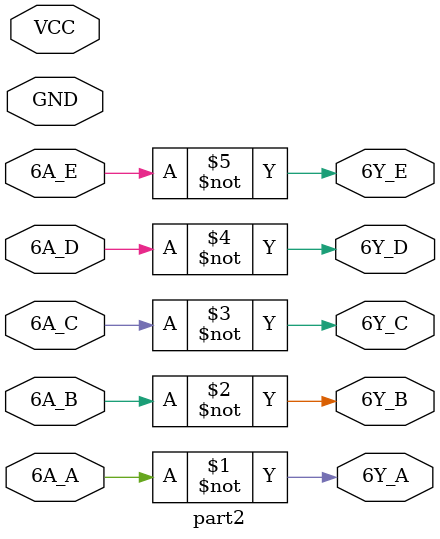
<source format=v>
module part2 (
\6A_A ,
\6Y_A ,
VCC ,
GND ,
\6A_B ,
\6Y_B ,
\6A_C ,
\6Y_C ,
\6A_D ,
\6Y_D ,
\6A_E ,
// note: there is not a space character before the nl below
// no space character after nl also
\6Y_E
) ;

input \6A_A ;
output \6Y_A ;
input VCC ;
input GND ;
input \6A_B ;
output \6Y_B ;
input \6A_C ;
output \6Y_C ;
input \6A_D ;
output \6Y_D ;
input \6A_E ;
output \6Y_E ;

assign \6Y_A  = ~\6A_A ;
assign \6Y_B  = ~\6A_B ;
assign \6Y_C  = ~\6A_C ;
assign \6Y_D  = ~\6A_D ;
assign \6Y_E  = ~\6A_E ;

endmodule

</source>
